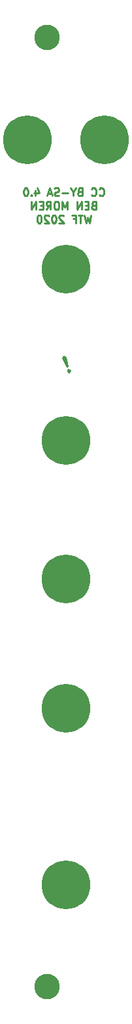
<source format=gbr>
%TF.GenerationSoftware,KiCad,Pcbnew,(5.1.6-0-10_14)*%
%TF.CreationDate,2020-11-24T12:53:37-06:00*%
%TF.ProjectId,auxboxPanel,61757862-6f78-4506-916e-656c2e6b6963,rev?*%
%TF.SameCoordinates,Original*%
%TF.FileFunction,Soldermask,Bot*%
%TF.FilePolarity,Negative*%
%FSLAX46Y46*%
G04 Gerber Fmt 4.6, Leading zero omitted, Abs format (unit mm)*
G04 Created by KiCad (PCBNEW (5.1.6-0-10_14)) date 2020-11-24 12:53:37*
%MOMM*%
%LPD*%
G01*
G04 APERTURE LIST*
%ADD10C,0.300000*%
%ADD11C,0.250000*%
%ADD12C,6.300000*%
%ADD13C,3.300000*%
G04 APERTURE END LIST*
D10*
X60366100Y-86751809D02*
X60488167Y-86808730D01*
X60431246Y-86930798D01*
X60309178Y-86873876D01*
X60366100Y-86751809D01*
X60431246Y-86930798D01*
X60170660Y-86214841D02*
X59690285Y-85173480D01*
X59747206Y-85051412D01*
X59869274Y-85108334D01*
X60170660Y-86214841D01*
X59747206Y-85051412D01*
D11*
X64310638Y-64126442D02*
X64358257Y-64174061D01*
X64501114Y-64221680D01*
X64596352Y-64221680D01*
X64739209Y-64174061D01*
X64834447Y-64078823D01*
X64882066Y-63983585D01*
X64929685Y-63793109D01*
X64929685Y-63650252D01*
X64882066Y-63459776D01*
X64834447Y-63364538D01*
X64739209Y-63269300D01*
X64596352Y-63221680D01*
X64501114Y-63221680D01*
X64358257Y-63269300D01*
X64310638Y-63316919D01*
X63310638Y-64126442D02*
X63358257Y-64174061D01*
X63501114Y-64221680D01*
X63596352Y-64221680D01*
X63739209Y-64174061D01*
X63834447Y-64078823D01*
X63882066Y-63983585D01*
X63929685Y-63793109D01*
X63929685Y-63650252D01*
X63882066Y-63459776D01*
X63834447Y-63364538D01*
X63739209Y-63269300D01*
X63596352Y-63221680D01*
X63501114Y-63221680D01*
X63358257Y-63269300D01*
X63310638Y-63316919D01*
X61786828Y-63697871D02*
X61643971Y-63745490D01*
X61596352Y-63793109D01*
X61548733Y-63888347D01*
X61548733Y-64031204D01*
X61596352Y-64126442D01*
X61643971Y-64174061D01*
X61739209Y-64221680D01*
X62120161Y-64221680D01*
X62120161Y-63221680D01*
X61786828Y-63221680D01*
X61691590Y-63269300D01*
X61643971Y-63316919D01*
X61596352Y-63412157D01*
X61596352Y-63507395D01*
X61643971Y-63602633D01*
X61691590Y-63650252D01*
X61786828Y-63697871D01*
X62120161Y-63697871D01*
X60929685Y-63745490D02*
X60929685Y-64221680D01*
X61263019Y-63221680D02*
X60929685Y-63745490D01*
X60596352Y-63221680D01*
X60263019Y-63840728D02*
X59501114Y-63840728D01*
X59072542Y-64174061D02*
X58929685Y-64221680D01*
X58691590Y-64221680D01*
X58596352Y-64174061D01*
X58548733Y-64126442D01*
X58501114Y-64031204D01*
X58501114Y-63935966D01*
X58548733Y-63840728D01*
X58596352Y-63793109D01*
X58691590Y-63745490D01*
X58882066Y-63697871D01*
X58977304Y-63650252D01*
X59024923Y-63602633D01*
X59072542Y-63507395D01*
X59072542Y-63412157D01*
X59024923Y-63316919D01*
X58977304Y-63269300D01*
X58882066Y-63221680D01*
X58643971Y-63221680D01*
X58501114Y-63269300D01*
X58120161Y-63935966D02*
X57643971Y-63935966D01*
X58215400Y-64221680D02*
X57882066Y-63221680D01*
X57548733Y-64221680D01*
X56024923Y-63555014D02*
X56024923Y-64221680D01*
X56263019Y-63174061D02*
X56501114Y-63888347D01*
X55882066Y-63888347D01*
X55501114Y-64126442D02*
X55453495Y-64174061D01*
X55501114Y-64221680D01*
X55548733Y-64174061D01*
X55501114Y-64126442D01*
X55501114Y-64221680D01*
X54834447Y-63221680D02*
X54739209Y-63221680D01*
X54643971Y-63269300D01*
X54596352Y-63316919D01*
X54548733Y-63412157D01*
X54501114Y-63602633D01*
X54501114Y-63840728D01*
X54548733Y-64031204D01*
X54596352Y-64126442D01*
X54643971Y-64174061D01*
X54739209Y-64221680D01*
X54834447Y-64221680D01*
X54929685Y-64174061D01*
X54977304Y-64126442D01*
X55024923Y-64031204D01*
X55072542Y-63840728D01*
X55072542Y-63602633D01*
X55024923Y-63412157D01*
X54977304Y-63316919D01*
X54929685Y-63269300D01*
X54834447Y-63221680D01*
X63572542Y-65447871D02*
X63429685Y-65495490D01*
X63382066Y-65543109D01*
X63334447Y-65638347D01*
X63334447Y-65781204D01*
X63382066Y-65876442D01*
X63429685Y-65924061D01*
X63524923Y-65971680D01*
X63905876Y-65971680D01*
X63905876Y-64971680D01*
X63572542Y-64971680D01*
X63477304Y-65019300D01*
X63429685Y-65066919D01*
X63382066Y-65162157D01*
X63382066Y-65257395D01*
X63429685Y-65352633D01*
X63477304Y-65400252D01*
X63572542Y-65447871D01*
X63905876Y-65447871D01*
X62905876Y-65447871D02*
X62572542Y-65447871D01*
X62429685Y-65971680D02*
X62905876Y-65971680D01*
X62905876Y-64971680D01*
X62429685Y-64971680D01*
X62001114Y-65971680D02*
X62001114Y-64971680D01*
X61429685Y-65971680D01*
X61429685Y-64971680D01*
X60191590Y-65971680D02*
X60191590Y-64971680D01*
X59858257Y-65685966D01*
X59524923Y-64971680D01*
X59524923Y-65971680D01*
X58858257Y-64971680D02*
X58667780Y-64971680D01*
X58572542Y-65019300D01*
X58477304Y-65114538D01*
X58429685Y-65305014D01*
X58429685Y-65638347D01*
X58477304Y-65828823D01*
X58572542Y-65924061D01*
X58667780Y-65971680D01*
X58858257Y-65971680D01*
X58953495Y-65924061D01*
X59048733Y-65828823D01*
X59096352Y-65638347D01*
X59096352Y-65305014D01*
X59048733Y-65114538D01*
X58953495Y-65019300D01*
X58858257Y-64971680D01*
X57429685Y-65971680D02*
X57763019Y-65495490D01*
X58001114Y-65971680D02*
X58001114Y-64971680D01*
X57620161Y-64971680D01*
X57524923Y-65019300D01*
X57477304Y-65066919D01*
X57429685Y-65162157D01*
X57429685Y-65305014D01*
X57477304Y-65400252D01*
X57524923Y-65447871D01*
X57620161Y-65495490D01*
X58001114Y-65495490D01*
X57001114Y-65447871D02*
X56667780Y-65447871D01*
X56524923Y-65971680D02*
X57001114Y-65971680D01*
X57001114Y-64971680D01*
X56524923Y-64971680D01*
X56096352Y-65971680D02*
X56096352Y-64971680D01*
X55524923Y-65971680D01*
X55524923Y-64971680D01*
X63239209Y-66721680D02*
X63001114Y-67721680D01*
X62810638Y-67007395D01*
X62620161Y-67721680D01*
X62382066Y-66721680D01*
X62143971Y-66721680D02*
X61572542Y-66721680D01*
X61858257Y-67721680D02*
X61858257Y-66721680D01*
X60905876Y-67197871D02*
X61239209Y-67197871D01*
X61239209Y-67721680D02*
X61239209Y-66721680D01*
X60763019Y-66721680D01*
X59667780Y-66816919D02*
X59620161Y-66769300D01*
X59524923Y-66721680D01*
X59286828Y-66721680D01*
X59191590Y-66769300D01*
X59143971Y-66816919D01*
X59096352Y-66912157D01*
X59096352Y-67007395D01*
X59143971Y-67150252D01*
X59715400Y-67721680D01*
X59096352Y-67721680D01*
X58477304Y-66721680D02*
X58382066Y-66721680D01*
X58286828Y-66769300D01*
X58239209Y-66816919D01*
X58191590Y-66912157D01*
X58143971Y-67102633D01*
X58143971Y-67340728D01*
X58191590Y-67531204D01*
X58239209Y-67626442D01*
X58286828Y-67674061D01*
X58382066Y-67721680D01*
X58477304Y-67721680D01*
X58572542Y-67674061D01*
X58620161Y-67626442D01*
X58667780Y-67531204D01*
X58715400Y-67340728D01*
X58715400Y-67102633D01*
X58667780Y-66912157D01*
X58620161Y-66816919D01*
X58572542Y-66769300D01*
X58477304Y-66721680D01*
X57763019Y-66816919D02*
X57715400Y-66769300D01*
X57620161Y-66721680D01*
X57382066Y-66721680D01*
X57286828Y-66769300D01*
X57239209Y-66816919D01*
X57191590Y-66912157D01*
X57191590Y-67007395D01*
X57239209Y-67150252D01*
X57810638Y-67721680D01*
X57191590Y-67721680D01*
X56572542Y-66721680D02*
X56477304Y-66721680D01*
X56382066Y-66769300D01*
X56334447Y-66816919D01*
X56286828Y-66912157D01*
X56239209Y-67102633D01*
X56239209Y-67340728D01*
X56286828Y-67531204D01*
X56334447Y-67626442D01*
X56382066Y-67674061D01*
X56477304Y-67721680D01*
X56572542Y-67721680D01*
X56667780Y-67674061D01*
X56715400Y-67626442D01*
X56763019Y-67531204D01*
X56810638Y-67340728D01*
X56810638Y-67102633D01*
X56763019Y-66912157D01*
X56715400Y-66816919D01*
X56667780Y-66769300D01*
X56572542Y-66721680D01*
D12*
%TO.C,REF\u002A\u002A*%
X55000000Y-56990000D03*
%TD*%
%TO.C,REF\u002A\u002A*%
X65000000Y-56990000D03*
%TD*%
%TO.C,REF\u002A\u002A*%
X60000000Y-73683899D03*
%TD*%
%TO.C,REF\u002A\u002A*%
X60000000Y-95756799D03*
%TD*%
%TO.C,REF\u002A\u002A*%
X60000000Y-113650698D03*
%TD*%
%TO.C,REF\u002A\u002A*%
X60000000Y-130344597D03*
%TD*%
%TO.C,REF\u002A\u002A*%
X60000000Y-153088500D03*
%TD*%
D13*
%TO.C,REF\u002A\u002A*%
X57500000Y-43750000D03*
%TD*%
%TO.C,REF\u002A\u002A*%
X57500000Y-166250000D03*
%TD*%
M02*

</source>
